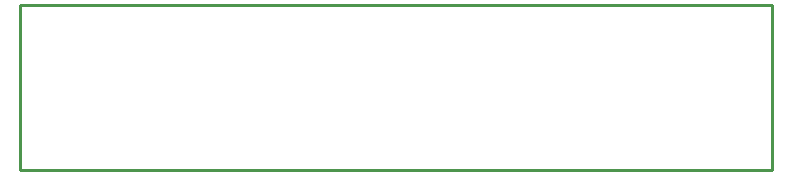
<source format=gko>
G04 Layer: BoardOutlineLayer*
G04 EasyEDA Pro v2.2.45.4, 2026-01-24 23:10:09*
G04 Gerber Generator version 0.3*
G04 Scale: 100 percent, Rotated: No, Reflected: No*
G04 Dimensions in millimeters*
G04 Leading zeros omitted, absolute positions, 4 integers and 5 decimals*
G04 Generated by one-click*
%FSLAX45Y45*%
%MOMM*%
%ADD10C,0.254*%
%ADD11C,0.9114*%
G75*


G04 Rect Start*
G54D10*
G01X4330700Y2641600D02*
G01X4330700Y4038600D01*
G01X10693400Y4038600D01*
G01X10693400Y2641600D01*
G01X4330700Y2641600D01*
G04 Rect End*

M02*


</source>
